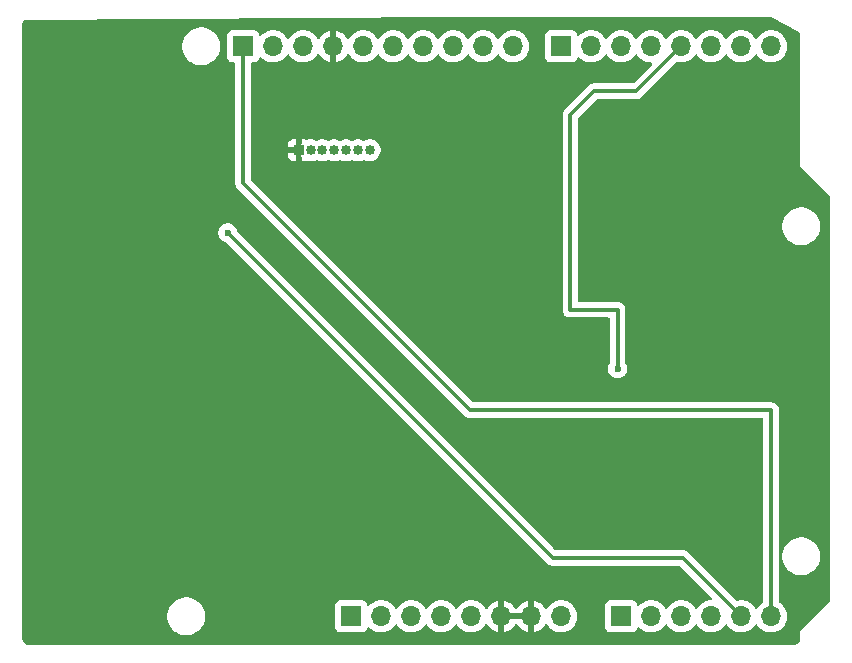
<source format=gbr>
%TF.GenerationSoftware,KiCad,Pcbnew,9.0.6*%
%TF.CreationDate,2025-12-02T16:19:02+01:00*%
%TF.ProjectId,new pcb,6e657720-7063-4622-9e6b-696361645f70,rev?*%
%TF.SameCoordinates,Original*%
%TF.FileFunction,Copper,L2,Bot*%
%TF.FilePolarity,Positive*%
%FSLAX46Y46*%
G04 Gerber Fmt 4.6, Leading zero omitted, Abs format (unit mm)*
G04 Created by KiCad (PCBNEW 9.0.6) date 2025-12-02 16:19:02*
%MOMM*%
%LPD*%
G01*
G04 APERTURE LIST*
%TA.AperFunction,ComponentPad*%
%ADD10R,1.700000X1.700000*%
%TD*%
%TA.AperFunction,ComponentPad*%
%ADD11O,1.700000X1.700000*%
%TD*%
%TA.AperFunction,ComponentPad*%
%ADD12R,0.850000X0.850000*%
%TD*%
%TA.AperFunction,ComponentPad*%
%ADD13C,0.850000*%
%TD*%
%TA.AperFunction,ViaPad*%
%ADD14C,0.600000*%
%TD*%
%TA.AperFunction,Conductor*%
%ADD15C,0.300000*%
%TD*%
G04 APERTURE END LIST*
D10*
%TO.P,J1,1,Pin_1*%
%TO.N,unconnected-(J1-Pin_1-Pad1)*%
X127940000Y-97460000D03*
D11*
%TO.P,J1,2,Pin_2*%
%TO.N,/IOREF*%
X130480000Y-97460000D03*
%TO.P,J1,3,Pin_3*%
%TO.N,/~{RESET}*%
X133020000Y-97460000D03*
%TO.P,J1,4,Pin_4*%
%TO.N,+3V3*%
X135560000Y-97460000D03*
%TO.P,J1,5,Pin_5*%
%TO.N,unconnected-(J1-Pin_5-Pad5)*%
X138100000Y-97460000D03*
%TO.P,J1,6,Pin_6*%
%TO.N,GND*%
X140640000Y-97460000D03*
%TO.P,J1,7,Pin_7*%
X143180000Y-97460000D03*
%TO.P,J1,8,Pin_8*%
%TO.N,unconnected-(J1-Pin_8-Pad8)*%
X145720000Y-97460000D03*
%TD*%
D10*
%TO.P,J3,1,Pin_1*%
%TO.N,/A0*%
X150800000Y-97460000D03*
D11*
%TO.P,J3,2,Pin_2*%
%TO.N,/A1*%
X153340000Y-97460000D03*
%TO.P,J3,3,Pin_3*%
%TO.N,/A2*%
X155880000Y-97460000D03*
%TO.P,J3,4,Pin_4*%
%TO.N,/A3*%
X158420000Y-97460000D03*
%TO.P,J3,5,Pin_5*%
%TO.N,/SDA{slash}A4*%
X160960000Y-97460000D03*
%TO.P,J3,6,Pin_6*%
%TO.N,/SCL{slash}A5*%
X163500000Y-97460000D03*
%TD*%
D10*
%TO.P,J2,1,Pin_1*%
%TO.N,/SCL{slash}A5*%
X118796000Y-49200000D03*
D11*
%TO.P,J2,2,Pin_2*%
%TO.N,/SDA{slash}A4*%
X121336000Y-49200000D03*
%TO.P,J2,3,Pin_3*%
%TO.N,/AREF*%
X123876000Y-49200000D03*
%TO.P,J2,4,Pin_4*%
%TO.N,GND*%
X126416000Y-49200000D03*
%TO.P,J2,5,Pin_5*%
%TO.N,SPI_SCK*%
X128956000Y-49200000D03*
%TO.P,J2,6,Pin_6*%
%TO.N,/12*%
X131496000Y-49200000D03*
%TO.P,J2,7,Pin_7*%
%TO.N,SPI_MOSI*%
X134036000Y-49200000D03*
%TO.P,J2,8,Pin_8*%
%TO.N,OLED_CS*%
X136576000Y-49200000D03*
%TO.P,J2,9,Pin_9*%
%TO.N,OLED_DC*%
X139116000Y-49200000D03*
%TO.P,J2,10,Pin_10*%
%TO.N,OLED_RES*%
X141656000Y-49200000D03*
%TD*%
D10*
%TO.P,J4,1,Pin_1*%
%TO.N,/7*%
X145720000Y-49200000D03*
D11*
%TO.P,J4,2,Pin_2*%
%TO.N,/\u002A6*%
X148260000Y-49200000D03*
%TO.P,J4,3,Pin_3*%
%TO.N,/\u002A5*%
X150800000Y-49200000D03*
%TO.P,J4,4,Pin_4*%
%TO.N,/4*%
X153340000Y-49200000D03*
%TO.P,J4,5,Pin_5*%
%TO.N,BTN_TX*%
X155880000Y-49200000D03*
%TO.P,J4,6,Pin_6*%
%TO.N,BTN_RX*%
X158420000Y-49200000D03*
%TO.P,J4,7,Pin_7*%
%TO.N,/TX{slash}1*%
X160960000Y-49200000D03*
%TO.P,J4,8,Pin_8*%
%TO.N,/RX{slash}0*%
X163500000Y-49200000D03*
%TD*%
D12*
%TO.P,J5,1,Pin_1*%
%TO.N,GND*%
X123500000Y-58000000D03*
D13*
%TO.P,J5,2,Pin_2*%
%TO.N,+3V3*%
X124500000Y-58000000D03*
%TO.P,J5,3,Pin_3*%
%TO.N,SPI_SCK*%
X125500000Y-58000000D03*
%TO.P,J5,4,Pin_4*%
%TO.N,SPI_MOSI*%
X126500000Y-58000000D03*
%TO.P,J5,5,Pin_5*%
%TO.N,OLED_RES*%
X127500000Y-58000000D03*
%TO.P,J5,6,Pin_6*%
%TO.N,OLED_DC*%
X128500000Y-58000000D03*
%TO.P,J5,7,Pin_7*%
%TO.N,OLED_CS*%
X129500000Y-58000000D03*
%TD*%
D14*
%TO.N,GND*%
X139000000Y-58000000D03*
X136000000Y-55000000D03*
X128000000Y-55000000D03*
%TO.N,BTN_TX*%
X150500000Y-76500000D03*
%TO.N,/SDA{slash}A4*%
X117500000Y-65000000D03*
%TD*%
D15*
%TO.N,BTN_TX*%
X150500000Y-71500000D02*
X150500000Y-76500000D01*
X146500000Y-71500000D02*
X150500000Y-71500000D01*
X146500000Y-55000000D02*
X146500000Y-71500000D01*
X152080000Y-53000000D02*
X148500000Y-53000000D01*
X155880000Y-49200000D02*
X152080000Y-53000000D01*
X148500000Y-53000000D02*
X146500000Y-55000000D01*
%TO.N,/SCL{slash}A5*%
X163500000Y-80000000D02*
X163500000Y-97460000D01*
X138000000Y-80000000D02*
X163500000Y-80000000D01*
X118796000Y-60796000D02*
X138000000Y-80000000D01*
X118796000Y-49200000D02*
X118796000Y-60796000D01*
%TO.N,/SDA{slash}A4*%
X145000000Y-92500000D02*
X156000000Y-92500000D01*
X156000000Y-92500000D02*
X160960000Y-97460000D01*
X117500000Y-65000000D02*
X145000000Y-92500000D01*
%TD*%
%TA.AperFunction,Conductor*%
%TO.N,GND*%
G36*
X142714075Y-97267007D02*
G01*
X142680000Y-97394174D01*
X142680000Y-97525826D01*
X142714075Y-97652993D01*
X142746988Y-97710000D01*
X141073012Y-97710000D01*
X141105925Y-97652993D01*
X141140000Y-97525826D01*
X141140000Y-97394174D01*
X141105925Y-97267007D01*
X141073012Y-97210000D01*
X142746988Y-97210000D01*
X142714075Y-97267007D01*
G37*
%TD.AperFunction*%
%TA.AperFunction,Conductor*%
G36*
X163508484Y-46750209D02*
G01*
X165859501Y-48010354D01*
X165909287Y-48059374D01*
X165924919Y-48119207D01*
X165964388Y-59328616D01*
X165964500Y-59360230D01*
X165964500Y-59375018D01*
X165964552Y-59375144D01*
X165964553Y-59375283D01*
X165964576Y-59375340D01*
X165964577Y-59375342D01*
X165970240Y-59388880D01*
X165970404Y-59389273D01*
X165975994Y-59402768D01*
X165976142Y-59402989D01*
X165986516Y-59413290D01*
X165986827Y-59413600D01*
X168468181Y-61894954D01*
X168501666Y-61956277D01*
X168504500Y-61982635D01*
X168504500Y-96107364D01*
X168484815Y-96174403D01*
X168468181Y-96195045D01*
X165997233Y-98665994D01*
X165975995Y-98687231D01*
X165964500Y-98714982D01*
X165964500Y-99231907D01*
X165963903Y-99244061D01*
X165963903Y-99244062D01*
X165952505Y-99359778D01*
X165947763Y-99383618D01*
X165917832Y-99482290D01*
X165915789Y-99489024D01*
X165906486Y-99511482D01*
X165854561Y-99608627D01*
X165841056Y-99628839D01*
X165771176Y-99713988D01*
X165753988Y-99731176D01*
X165668839Y-99801056D01*
X165648627Y-99814561D01*
X165551482Y-99866486D01*
X165529028Y-99875787D01*
X165487028Y-99888528D01*
X165423618Y-99907763D01*
X165399778Y-99912505D01*
X165291162Y-99923203D01*
X165284060Y-99923903D01*
X165271907Y-99924500D01*
X100768093Y-99924500D01*
X100755939Y-99923903D01*
X100747995Y-99923120D01*
X100640221Y-99912505D01*
X100616381Y-99907763D01*
X100599445Y-99902625D01*
X100510968Y-99875786D01*
X100488517Y-99866486D01*
X100391372Y-99814561D01*
X100371160Y-99801056D01*
X100286011Y-99731176D01*
X100268823Y-99713988D01*
X100198943Y-99628839D01*
X100185438Y-99608627D01*
X100133510Y-99511476D01*
X100124215Y-99489037D01*
X100092234Y-99383612D01*
X100087494Y-99359777D01*
X100076097Y-99244061D01*
X100075500Y-99231907D01*
X100075500Y-97334038D01*
X112369500Y-97334038D01*
X112369500Y-97585961D01*
X112408910Y-97834785D01*
X112486760Y-98074383D01*
X112601132Y-98298848D01*
X112749201Y-98502649D01*
X112749205Y-98502654D01*
X112927345Y-98680794D01*
X112927350Y-98680798D01*
X113037587Y-98760889D01*
X113131155Y-98828870D01*
X113274184Y-98901747D01*
X113355616Y-98943239D01*
X113355618Y-98943239D01*
X113355621Y-98943241D01*
X113595215Y-99021090D01*
X113844038Y-99060500D01*
X113844039Y-99060500D01*
X114095961Y-99060500D01*
X114095962Y-99060500D01*
X114344785Y-99021090D01*
X114584379Y-98943241D01*
X114808845Y-98828870D01*
X115012656Y-98680793D01*
X115190793Y-98502656D01*
X115338870Y-98298845D01*
X115453241Y-98074379D01*
X115531090Y-97834785D01*
X115570500Y-97585962D01*
X115570500Y-97334038D01*
X115531090Y-97085215D01*
X115453241Y-96845621D01*
X115453239Y-96845618D01*
X115453239Y-96845616D01*
X115403498Y-96747994D01*
X115338870Y-96621155D01*
X115295416Y-96561345D01*
X126581500Y-96561345D01*
X126581500Y-98358654D01*
X126588011Y-98419202D01*
X126588011Y-98419204D01*
X126619138Y-98502656D01*
X126639111Y-98556204D01*
X126726739Y-98673261D01*
X126843796Y-98760889D01*
X126980799Y-98811989D01*
X127008050Y-98814918D01*
X127041345Y-98818499D01*
X127041362Y-98818500D01*
X128838638Y-98818500D01*
X128838654Y-98818499D01*
X128865692Y-98815591D01*
X128899201Y-98811989D01*
X129036204Y-98760889D01*
X129153261Y-98673261D01*
X129240889Y-98556204D01*
X129285957Y-98435371D01*
X129327827Y-98379442D01*
X129393291Y-98355025D01*
X129461564Y-98369877D01*
X129489818Y-98391028D01*
X129594996Y-98496206D01*
X129767991Y-98621894D01*
X129854542Y-98665994D01*
X129958516Y-98718972D01*
X129958519Y-98718973D01*
X130060200Y-98752010D01*
X130161884Y-98785049D01*
X130373084Y-98818500D01*
X130373085Y-98818500D01*
X130586915Y-98818500D01*
X130586916Y-98818500D01*
X130798116Y-98785049D01*
X131001483Y-98718972D01*
X131192009Y-98621894D01*
X131365004Y-98496206D01*
X131516206Y-98345004D01*
X131641894Y-98172009D01*
X131641896Y-98172004D01*
X131644270Y-98168132D01*
X131696080Y-98121254D01*
X131765009Y-98109829D01*
X131829173Y-98137483D01*
X131855730Y-98168132D01*
X131858103Y-98172005D01*
X131858105Y-98172008D01*
X131858106Y-98172009D01*
X131983794Y-98345004D01*
X132134996Y-98496206D01*
X132307991Y-98621894D01*
X132394542Y-98665994D01*
X132498516Y-98718972D01*
X132498519Y-98718973D01*
X132600200Y-98752010D01*
X132701884Y-98785049D01*
X132913084Y-98818500D01*
X132913085Y-98818500D01*
X133126915Y-98818500D01*
X133126916Y-98818500D01*
X133338116Y-98785049D01*
X133541483Y-98718972D01*
X133732009Y-98621894D01*
X133905004Y-98496206D01*
X134056206Y-98345004D01*
X134181894Y-98172009D01*
X134181896Y-98172004D01*
X134184270Y-98168132D01*
X134236080Y-98121254D01*
X134305009Y-98109829D01*
X134369173Y-98137483D01*
X134395730Y-98168132D01*
X134398103Y-98172005D01*
X134398105Y-98172008D01*
X134398106Y-98172009D01*
X134523794Y-98345004D01*
X134674996Y-98496206D01*
X134847991Y-98621894D01*
X134934542Y-98665994D01*
X135038516Y-98718972D01*
X135038519Y-98718973D01*
X135140200Y-98752010D01*
X135241884Y-98785049D01*
X135453084Y-98818500D01*
X135453085Y-98818500D01*
X135666915Y-98818500D01*
X135666916Y-98818500D01*
X135878116Y-98785049D01*
X136081483Y-98718972D01*
X136272009Y-98621894D01*
X136445004Y-98496206D01*
X136596206Y-98345004D01*
X136721894Y-98172009D01*
X136721896Y-98172004D01*
X136724270Y-98168132D01*
X136776080Y-98121254D01*
X136845009Y-98109829D01*
X136909173Y-98137483D01*
X136935730Y-98168132D01*
X136938103Y-98172005D01*
X136938105Y-98172008D01*
X136938106Y-98172009D01*
X137063794Y-98345004D01*
X137214996Y-98496206D01*
X137387991Y-98621894D01*
X137474542Y-98665994D01*
X137578516Y-98718972D01*
X137578519Y-98718973D01*
X137680200Y-98752010D01*
X137781884Y-98785049D01*
X137993084Y-98818500D01*
X137993085Y-98818500D01*
X138206915Y-98818500D01*
X138206916Y-98818500D01*
X138418116Y-98785049D01*
X138621483Y-98718972D01*
X138812009Y-98621894D01*
X138985004Y-98496206D01*
X139136206Y-98345004D01*
X139261894Y-98172009D01*
X139264283Y-98167319D01*
X139312254Y-98116522D01*
X139380074Y-98099724D01*
X139446210Y-98122258D01*
X139482201Y-98163788D01*
X139482832Y-98163402D01*
X139485164Y-98167207D01*
X139485251Y-98167308D01*
X139485376Y-98167554D01*
X139610272Y-98339459D01*
X139610276Y-98339464D01*
X139760535Y-98489723D01*
X139760540Y-98489727D01*
X139932442Y-98614620D01*
X140121782Y-98711095D01*
X140323871Y-98776757D01*
X140390000Y-98787231D01*
X140390000Y-97893012D01*
X140447007Y-97925925D01*
X140574174Y-97960000D01*
X140705826Y-97960000D01*
X140832993Y-97925925D01*
X140890000Y-97893012D01*
X140890000Y-98787230D01*
X140956126Y-98776757D01*
X140956129Y-98776757D01*
X141158217Y-98711095D01*
X141347557Y-98614620D01*
X141519459Y-98489727D01*
X141519464Y-98489723D01*
X141669723Y-98339464D01*
X141669727Y-98339459D01*
X141794620Y-98167558D01*
X141799514Y-98157954D01*
X141847488Y-98107157D01*
X141915308Y-98090361D01*
X141981444Y-98112897D01*
X142020486Y-98157954D01*
X142025379Y-98167558D01*
X142150272Y-98339459D01*
X142150276Y-98339464D01*
X142300535Y-98489723D01*
X142300540Y-98489727D01*
X142472442Y-98614620D01*
X142661782Y-98711095D01*
X142863871Y-98776757D01*
X142930000Y-98787231D01*
X142930000Y-97893012D01*
X142987007Y-97925925D01*
X143114174Y-97960000D01*
X143245826Y-97960000D01*
X143372993Y-97925925D01*
X143430000Y-97893012D01*
X143430000Y-98787230D01*
X143496126Y-98776757D01*
X143496129Y-98776757D01*
X143698217Y-98711095D01*
X143887557Y-98614620D01*
X144059459Y-98489727D01*
X144059464Y-98489723D01*
X144209723Y-98339464D01*
X144209727Y-98339459D01*
X144334619Y-98167560D01*
X144334738Y-98167327D01*
X144334808Y-98167252D01*
X144337168Y-98163402D01*
X144337976Y-98163897D01*
X144382707Y-98116526D01*
X144450526Y-98099723D01*
X144516663Y-98122254D01*
X144555712Y-98167311D01*
X144558105Y-98172008D01*
X144600002Y-98229674D01*
X144683794Y-98345004D01*
X144834996Y-98496206D01*
X145007991Y-98621894D01*
X145094542Y-98665994D01*
X145198516Y-98718972D01*
X145198519Y-98718973D01*
X145300200Y-98752010D01*
X145401884Y-98785049D01*
X145613084Y-98818500D01*
X145613085Y-98818500D01*
X145826915Y-98818500D01*
X145826916Y-98818500D01*
X146038116Y-98785049D01*
X146241483Y-98718972D01*
X146432009Y-98621894D01*
X146605004Y-98496206D01*
X146756206Y-98345004D01*
X146881894Y-98172009D01*
X146978972Y-97981483D01*
X147045049Y-97778116D01*
X147078500Y-97566916D01*
X147078500Y-97353084D01*
X147045049Y-97141884D01*
X146978972Y-96938517D01*
X146978972Y-96938516D01*
X146923495Y-96829638D01*
X146881894Y-96747991D01*
X146756206Y-96574996D01*
X146605004Y-96423794D01*
X146432009Y-96298106D01*
X146378499Y-96270841D01*
X146241483Y-96201027D01*
X146241480Y-96201026D01*
X146038117Y-96134951D01*
X145932516Y-96118225D01*
X145826916Y-96101500D01*
X145613084Y-96101500D01*
X145542684Y-96112650D01*
X145401882Y-96134951D01*
X145198519Y-96201026D01*
X145198516Y-96201027D01*
X145007990Y-96298106D01*
X144834993Y-96423796D01*
X144683796Y-96574993D01*
X144558103Y-96747994D01*
X144555709Y-96752693D01*
X144507731Y-96803485D01*
X144439908Y-96820275D01*
X144373775Y-96797732D01*
X144337800Y-96756210D01*
X144337168Y-96756598D01*
X144334829Y-96752781D01*
X144334743Y-96752682D01*
X144334620Y-96752441D01*
X144209727Y-96580540D01*
X144209723Y-96580535D01*
X144059464Y-96430276D01*
X144059459Y-96430272D01*
X143887557Y-96305379D01*
X143698215Y-96208903D01*
X143496124Y-96143241D01*
X143430000Y-96132768D01*
X143430000Y-97026988D01*
X143372993Y-96994075D01*
X143245826Y-96960000D01*
X143114174Y-96960000D01*
X142987007Y-96994075D01*
X142930000Y-97026988D01*
X142930000Y-96132768D01*
X142929999Y-96132768D01*
X142863875Y-96143241D01*
X142661784Y-96208903D01*
X142472442Y-96305379D01*
X142300540Y-96430272D01*
X142300535Y-96430276D01*
X142150276Y-96580535D01*
X142150272Y-96580540D01*
X142025377Y-96752444D01*
X142020484Y-96762048D01*
X141972509Y-96812844D01*
X141904688Y-96829638D01*
X141838553Y-96807100D01*
X141799516Y-96762048D01*
X141794622Y-96752444D01*
X141669727Y-96580540D01*
X141669723Y-96580535D01*
X141519464Y-96430276D01*
X141519459Y-96430272D01*
X141347557Y-96305379D01*
X141158215Y-96208903D01*
X140956124Y-96143241D01*
X140890000Y-96132768D01*
X140890000Y-97026988D01*
X140832993Y-96994075D01*
X140705826Y-96960000D01*
X140574174Y-96960000D01*
X140447007Y-96994075D01*
X140390000Y-97026988D01*
X140390000Y-96132768D01*
X140389999Y-96132768D01*
X140323875Y-96143241D01*
X140121784Y-96208903D01*
X139932442Y-96305379D01*
X139760540Y-96430272D01*
X139760535Y-96430276D01*
X139610276Y-96580535D01*
X139610272Y-96580540D01*
X139485376Y-96752446D01*
X139485374Y-96752448D01*
X139485246Y-96752701D01*
X139485172Y-96752779D01*
X139482832Y-96756598D01*
X139482029Y-96756106D01*
X139437264Y-96803489D01*
X139369441Y-96820274D01*
X139303309Y-96797727D01*
X139264285Y-96752683D01*
X139261895Y-96747992D01*
X139169742Y-96621155D01*
X139136206Y-96574996D01*
X138985004Y-96423794D01*
X138812009Y-96298106D01*
X138758499Y-96270841D01*
X138621483Y-96201027D01*
X138621480Y-96201026D01*
X138418117Y-96134951D01*
X138312516Y-96118225D01*
X138206916Y-96101500D01*
X137993084Y-96101500D01*
X137922684Y-96112650D01*
X137781882Y-96134951D01*
X137578519Y-96201026D01*
X137578516Y-96201027D01*
X137387990Y-96298106D01*
X137214993Y-96423796D01*
X137063796Y-96574993D01*
X136938105Y-96747991D01*
X136935727Y-96751873D01*
X136883914Y-96798748D01*
X136814984Y-96810169D01*
X136750822Y-96782512D01*
X136724273Y-96751873D01*
X136721894Y-96747991D01*
X136629742Y-96621155D01*
X136596206Y-96574996D01*
X136445004Y-96423794D01*
X136272009Y-96298106D01*
X136218499Y-96270841D01*
X136081483Y-96201027D01*
X136081480Y-96201026D01*
X135878117Y-96134951D01*
X135772516Y-96118225D01*
X135666916Y-96101500D01*
X135453084Y-96101500D01*
X135382684Y-96112650D01*
X135241882Y-96134951D01*
X135038519Y-96201026D01*
X135038516Y-96201027D01*
X134847990Y-96298106D01*
X134674993Y-96423796D01*
X134523796Y-96574993D01*
X134398105Y-96747991D01*
X134395727Y-96751873D01*
X134343914Y-96798748D01*
X134274984Y-96810169D01*
X134210822Y-96782512D01*
X134184273Y-96751873D01*
X134181894Y-96747991D01*
X134089742Y-96621155D01*
X134056206Y-96574996D01*
X133905004Y-96423794D01*
X133732009Y-96298106D01*
X133678499Y-96270841D01*
X133541483Y-96201027D01*
X133541480Y-96201026D01*
X133338117Y-96134951D01*
X133232516Y-96118225D01*
X133126916Y-96101500D01*
X132913084Y-96101500D01*
X132842684Y-96112650D01*
X132701882Y-96134951D01*
X132498519Y-96201026D01*
X132498516Y-96201027D01*
X132307990Y-96298106D01*
X132134993Y-96423796D01*
X131983796Y-96574993D01*
X131858105Y-96747991D01*
X131855727Y-96751873D01*
X131803914Y-96798748D01*
X131734984Y-96810169D01*
X131670822Y-96782512D01*
X131644273Y-96751873D01*
X131641894Y-96747991D01*
X131549742Y-96621155D01*
X131516206Y-96574996D01*
X131365004Y-96423794D01*
X131192009Y-96298106D01*
X131138499Y-96270841D01*
X131001483Y-96201027D01*
X131001480Y-96201026D01*
X130798117Y-96134951D01*
X130692516Y-96118225D01*
X130586916Y-96101500D01*
X130373084Y-96101500D01*
X130302684Y-96112650D01*
X130161882Y-96134951D01*
X129958519Y-96201026D01*
X129958516Y-96201027D01*
X129767990Y-96298106D01*
X129594997Y-96423793D01*
X129489818Y-96528972D01*
X129428495Y-96562456D01*
X129358803Y-96557472D01*
X129302870Y-96515600D01*
X129285958Y-96484629D01*
X129240889Y-96363796D01*
X129153261Y-96246739D01*
X129036204Y-96159111D01*
X129021182Y-96153508D01*
X128899203Y-96108011D01*
X128838654Y-96101500D01*
X128838638Y-96101500D01*
X127041362Y-96101500D01*
X127041345Y-96101500D01*
X126980797Y-96108011D01*
X126980795Y-96108011D01*
X126843795Y-96159111D01*
X126726739Y-96246739D01*
X126639111Y-96363795D01*
X126588011Y-96500795D01*
X126588011Y-96500797D01*
X126581500Y-96561345D01*
X115295416Y-96561345D01*
X115292602Y-96557472D01*
X115190798Y-96417350D01*
X115190794Y-96417345D01*
X115012654Y-96239205D01*
X115012649Y-96239201D01*
X114808848Y-96091132D01*
X114808847Y-96091131D01*
X114808845Y-96091130D01*
X114738747Y-96055413D01*
X114584383Y-95976760D01*
X114344785Y-95898910D01*
X114287387Y-95889819D01*
X114095962Y-95859500D01*
X113844038Y-95859500D01*
X113719626Y-95879205D01*
X113595214Y-95898910D01*
X113355616Y-95976760D01*
X113131151Y-96091132D01*
X112927350Y-96239201D01*
X112927345Y-96239205D01*
X112749205Y-96417345D01*
X112749201Y-96417350D01*
X112601132Y-96621151D01*
X112486760Y-96845616D01*
X112408910Y-97085214D01*
X112369500Y-97334038D01*
X100075500Y-97334038D01*
X100075500Y-64920365D01*
X116691500Y-64920365D01*
X116691500Y-65079634D01*
X116722568Y-65235823D01*
X116722570Y-65235831D01*
X116783517Y-65382969D01*
X116871995Y-65515387D01*
X116872001Y-65515394D01*
X116984605Y-65627998D01*
X116984612Y-65628004D01*
X117117030Y-65716482D01*
X117117031Y-65716482D01*
X117117032Y-65716483D01*
X117264169Y-65777430D01*
X117329639Y-65790452D01*
X117391548Y-65822836D01*
X117393128Y-65824388D01*
X144580227Y-93011488D01*
X144580228Y-93011489D01*
X144580231Y-93011491D01*
X144688083Y-93083555D01*
X144807923Y-93133194D01*
X144807927Y-93133194D01*
X144807928Y-93133195D01*
X144935140Y-93158500D01*
X144935143Y-93158500D01*
X145064857Y-93158500D01*
X155675878Y-93158500D01*
X155742917Y-93178185D01*
X155763559Y-93194819D01*
X158458560Y-95889819D01*
X158492045Y-95951142D01*
X158487061Y-96020834D01*
X158445189Y-96076767D01*
X158379725Y-96101184D01*
X158370879Y-96101500D01*
X158313084Y-96101500D01*
X158242684Y-96112650D01*
X158101882Y-96134951D01*
X157898519Y-96201026D01*
X157898516Y-96201027D01*
X157707990Y-96298106D01*
X157534993Y-96423796D01*
X157383796Y-96574993D01*
X157258105Y-96747991D01*
X157255727Y-96751873D01*
X157203914Y-96798748D01*
X157134984Y-96810169D01*
X157070822Y-96782512D01*
X157044273Y-96751873D01*
X157041894Y-96747991D01*
X156949742Y-96621155D01*
X156916206Y-96574996D01*
X156765004Y-96423794D01*
X156592009Y-96298106D01*
X156538499Y-96270841D01*
X156401483Y-96201027D01*
X156401480Y-96201026D01*
X156198117Y-96134951D01*
X156092516Y-96118225D01*
X155986916Y-96101500D01*
X155773084Y-96101500D01*
X155702684Y-96112650D01*
X155561882Y-96134951D01*
X155358519Y-96201026D01*
X155358516Y-96201027D01*
X155167990Y-96298106D01*
X154994993Y-96423796D01*
X154843796Y-96574993D01*
X154718105Y-96747991D01*
X154715727Y-96751873D01*
X154663914Y-96798748D01*
X154594984Y-96810169D01*
X154530822Y-96782512D01*
X154504273Y-96751873D01*
X154501894Y-96747991D01*
X154409742Y-96621155D01*
X154376206Y-96574996D01*
X154225004Y-96423794D01*
X154052009Y-96298106D01*
X153998499Y-96270841D01*
X153861483Y-96201027D01*
X153861480Y-96201026D01*
X153658117Y-96134951D01*
X153552516Y-96118225D01*
X153446916Y-96101500D01*
X153233084Y-96101500D01*
X153162684Y-96112650D01*
X153021882Y-96134951D01*
X152818519Y-96201026D01*
X152818516Y-96201027D01*
X152627990Y-96298106D01*
X152454997Y-96423793D01*
X152349818Y-96528972D01*
X152288495Y-96562456D01*
X152218803Y-96557472D01*
X152162870Y-96515600D01*
X152145958Y-96484629D01*
X152100889Y-96363796D01*
X152013261Y-96246739D01*
X151896204Y-96159111D01*
X151881182Y-96153508D01*
X151759203Y-96108011D01*
X151698654Y-96101500D01*
X151698638Y-96101500D01*
X149901362Y-96101500D01*
X149901345Y-96101500D01*
X149840797Y-96108011D01*
X149840795Y-96108011D01*
X149703795Y-96159111D01*
X149586739Y-96246739D01*
X149499111Y-96363795D01*
X149448011Y-96500795D01*
X149448011Y-96500797D01*
X149441500Y-96561345D01*
X149441500Y-98358654D01*
X149448011Y-98419202D01*
X149448011Y-98419204D01*
X149479138Y-98502656D01*
X149499111Y-98556204D01*
X149586739Y-98673261D01*
X149703796Y-98760889D01*
X149840799Y-98811989D01*
X149868050Y-98814918D01*
X149901345Y-98818499D01*
X149901362Y-98818500D01*
X151698638Y-98818500D01*
X151698654Y-98818499D01*
X151725692Y-98815591D01*
X151759201Y-98811989D01*
X151896204Y-98760889D01*
X152013261Y-98673261D01*
X152100889Y-98556204D01*
X152145957Y-98435371D01*
X152187827Y-98379442D01*
X152253291Y-98355025D01*
X152321564Y-98369877D01*
X152349818Y-98391028D01*
X152454996Y-98496206D01*
X152627991Y-98621894D01*
X152714542Y-98665994D01*
X152818516Y-98718972D01*
X152818519Y-98718973D01*
X152920200Y-98752010D01*
X153021884Y-98785049D01*
X153233084Y-98818500D01*
X153233085Y-98818500D01*
X153446915Y-98818500D01*
X153446916Y-98818500D01*
X153658116Y-98785049D01*
X153861483Y-98718972D01*
X154052009Y-98621894D01*
X154225004Y-98496206D01*
X154376206Y-98345004D01*
X154501894Y-98172009D01*
X154501896Y-98172004D01*
X154504270Y-98168132D01*
X154556080Y-98121254D01*
X154625009Y-98109829D01*
X154689173Y-98137483D01*
X154715730Y-98168132D01*
X154718103Y-98172005D01*
X154718105Y-98172008D01*
X154718106Y-98172009D01*
X154843794Y-98345004D01*
X154994996Y-98496206D01*
X155167991Y-98621894D01*
X155254542Y-98665994D01*
X155358516Y-98718972D01*
X155358519Y-98718973D01*
X155460200Y-98752010D01*
X155561884Y-98785049D01*
X155773084Y-98818500D01*
X155773085Y-98818500D01*
X155986915Y-98818500D01*
X155986916Y-98818500D01*
X156198116Y-98785049D01*
X156401483Y-98718972D01*
X156592009Y-98621894D01*
X156765004Y-98496206D01*
X156916206Y-98345004D01*
X157041894Y-98172009D01*
X157041896Y-98172004D01*
X157044270Y-98168132D01*
X157096080Y-98121254D01*
X157165009Y-98109829D01*
X157229173Y-98137483D01*
X157255730Y-98168132D01*
X157258103Y-98172005D01*
X157258105Y-98172008D01*
X157258106Y-98172009D01*
X157383794Y-98345004D01*
X157534996Y-98496206D01*
X157707991Y-98621894D01*
X157794542Y-98665994D01*
X157898516Y-98718972D01*
X157898519Y-98718973D01*
X158000200Y-98752010D01*
X158101884Y-98785049D01*
X158313084Y-98818500D01*
X158313085Y-98818500D01*
X158526915Y-98818500D01*
X158526916Y-98818500D01*
X158738116Y-98785049D01*
X158941483Y-98718972D01*
X159132009Y-98621894D01*
X159305004Y-98496206D01*
X159456206Y-98345004D01*
X159581894Y-98172009D01*
X159581896Y-98172004D01*
X159584270Y-98168132D01*
X159636080Y-98121254D01*
X159705009Y-98109829D01*
X159769173Y-98137483D01*
X159795730Y-98168132D01*
X159798103Y-98172005D01*
X159798105Y-98172008D01*
X159798106Y-98172009D01*
X159923794Y-98345004D01*
X160074996Y-98496206D01*
X160247991Y-98621894D01*
X160334542Y-98665994D01*
X160438516Y-98718972D01*
X160438519Y-98718973D01*
X160540200Y-98752010D01*
X160641884Y-98785049D01*
X160853084Y-98818500D01*
X160853085Y-98818500D01*
X161066915Y-98818500D01*
X161066916Y-98818500D01*
X161278116Y-98785049D01*
X161481483Y-98718972D01*
X161672009Y-98621894D01*
X161845004Y-98496206D01*
X161996206Y-98345004D01*
X162121894Y-98172009D01*
X162121896Y-98172004D01*
X162124270Y-98168132D01*
X162176080Y-98121254D01*
X162245009Y-98109829D01*
X162309173Y-98137483D01*
X162335730Y-98168132D01*
X162338103Y-98172005D01*
X162338105Y-98172008D01*
X162338106Y-98172009D01*
X162463794Y-98345004D01*
X162614996Y-98496206D01*
X162787991Y-98621894D01*
X162874542Y-98665994D01*
X162978516Y-98718972D01*
X162978519Y-98718973D01*
X163080200Y-98752010D01*
X163181884Y-98785049D01*
X163393084Y-98818500D01*
X163393085Y-98818500D01*
X163606915Y-98818500D01*
X163606916Y-98818500D01*
X163818116Y-98785049D01*
X164021483Y-98718972D01*
X164212009Y-98621894D01*
X164385004Y-98496206D01*
X164536206Y-98345004D01*
X164661894Y-98172009D01*
X164758972Y-97981483D01*
X164825049Y-97778116D01*
X164858500Y-97566916D01*
X164858500Y-97353084D01*
X164825049Y-97141884D01*
X164758972Y-96938517D01*
X164758972Y-96938516D01*
X164703495Y-96829638D01*
X164661894Y-96747991D01*
X164536206Y-96574996D01*
X164385004Y-96423794D01*
X164302424Y-96363796D01*
X164209614Y-96296365D01*
X164166949Y-96241035D01*
X164158500Y-96196047D01*
X164158500Y-92254038D01*
X164439500Y-92254038D01*
X164439500Y-92505961D01*
X164478910Y-92754785D01*
X164556760Y-92994383D01*
X164671132Y-93218848D01*
X164819201Y-93422649D01*
X164819205Y-93422654D01*
X164997345Y-93600794D01*
X164997350Y-93600798D01*
X165175117Y-93729952D01*
X165201155Y-93748870D01*
X165344184Y-93821747D01*
X165425616Y-93863239D01*
X165425618Y-93863239D01*
X165425621Y-93863241D01*
X165665215Y-93941090D01*
X165914038Y-93980500D01*
X165914039Y-93980500D01*
X166165961Y-93980500D01*
X166165962Y-93980500D01*
X166414785Y-93941090D01*
X166654379Y-93863241D01*
X166878845Y-93748870D01*
X167082656Y-93600793D01*
X167260793Y-93422656D01*
X167408870Y-93218845D01*
X167523241Y-92994379D01*
X167601090Y-92754785D01*
X167640500Y-92505962D01*
X167640500Y-92254038D01*
X167601090Y-92005215D01*
X167523241Y-91765621D01*
X167523239Y-91765618D01*
X167523239Y-91765616D01*
X167481747Y-91684184D01*
X167408870Y-91541155D01*
X167389952Y-91515117D01*
X167260798Y-91337350D01*
X167260794Y-91337345D01*
X167082654Y-91159205D01*
X167082649Y-91159201D01*
X166878848Y-91011132D01*
X166878847Y-91011131D01*
X166878845Y-91011130D01*
X166808747Y-90975413D01*
X166654383Y-90896760D01*
X166414785Y-90818910D01*
X166165962Y-90779500D01*
X165914038Y-90779500D01*
X165789626Y-90799205D01*
X165665214Y-90818910D01*
X165425616Y-90896760D01*
X165201151Y-91011132D01*
X164997350Y-91159201D01*
X164997345Y-91159205D01*
X164819205Y-91337345D01*
X164819201Y-91337350D01*
X164671132Y-91541151D01*
X164556760Y-91765616D01*
X164478910Y-92005214D01*
X164439500Y-92254038D01*
X164158500Y-92254038D01*
X164158500Y-79935140D01*
X164133195Y-79807928D01*
X164133194Y-79807927D01*
X164133194Y-79807923D01*
X164083555Y-79688083D01*
X164011490Y-79580231D01*
X164011487Y-79580227D01*
X163919772Y-79488512D01*
X163919768Y-79488509D01*
X163811914Y-79416443D01*
X163811912Y-79416442D01*
X163692081Y-79366807D01*
X163692071Y-79366804D01*
X163564859Y-79341500D01*
X163564857Y-79341500D01*
X138324121Y-79341500D01*
X138257082Y-79321815D01*
X138236440Y-79305181D01*
X119490819Y-60559559D01*
X119457334Y-60498236D01*
X119454500Y-60471878D01*
X119454500Y-58472844D01*
X122575000Y-58472844D01*
X122581401Y-58532372D01*
X122581403Y-58532379D01*
X122631645Y-58667086D01*
X122631649Y-58667093D01*
X122717809Y-58782187D01*
X122717812Y-58782190D01*
X122832906Y-58868350D01*
X122832913Y-58868354D01*
X122967620Y-58918596D01*
X122967627Y-58918598D01*
X123027155Y-58924999D01*
X123027172Y-58925000D01*
X123250000Y-58925000D01*
X123250000Y-58250000D01*
X122575000Y-58250000D01*
X122575000Y-58472844D01*
X119454500Y-58472844D01*
X119454500Y-57950272D01*
X123250000Y-57950272D01*
X123250000Y-58049728D01*
X123288060Y-58141614D01*
X123358386Y-58211940D01*
X123450272Y-58250000D01*
X123549728Y-58250000D01*
X123594269Y-58231550D01*
X123602372Y-58272284D01*
X123602375Y-58272296D01*
X123672739Y-58442171D01*
X123672746Y-58442183D01*
X123729102Y-58526525D01*
X123749980Y-58593202D01*
X123750000Y-58595416D01*
X123750000Y-58925000D01*
X123972828Y-58925000D01*
X123972844Y-58924999D01*
X124032372Y-58918598D01*
X124032375Y-58918597D01*
X124116085Y-58887375D01*
X124185777Y-58882390D01*
X124206868Y-58888993D01*
X124227708Y-58897626D01*
X124365321Y-58924999D01*
X124408053Y-58933499D01*
X124408056Y-58933500D01*
X124408058Y-58933500D01*
X124591944Y-58933500D01*
X124591945Y-58933499D01*
X124772292Y-58897626D01*
X124842971Y-58868350D01*
X124947807Y-58824926D01*
X124948328Y-58826185D01*
X125009932Y-58813350D01*
X125051885Y-58825668D01*
X125052193Y-58824926D01*
X125190925Y-58882390D01*
X125227708Y-58897626D01*
X125365321Y-58924999D01*
X125408053Y-58933499D01*
X125408056Y-58933500D01*
X125408058Y-58933500D01*
X125591944Y-58933500D01*
X125591945Y-58933499D01*
X125772292Y-58897626D01*
X125842971Y-58868350D01*
X125947807Y-58824926D01*
X125948328Y-58826185D01*
X126009932Y-58813350D01*
X126051885Y-58825668D01*
X126052193Y-58824926D01*
X126190925Y-58882390D01*
X126227708Y-58897626D01*
X126365321Y-58924999D01*
X126408053Y-58933499D01*
X126408056Y-58933500D01*
X126408058Y-58933500D01*
X126591944Y-58933500D01*
X126591945Y-58933499D01*
X126772292Y-58897626D01*
X126842971Y-58868350D01*
X126947807Y-58824926D01*
X126948328Y-58826185D01*
X127009932Y-58813350D01*
X127051885Y-58825668D01*
X127052193Y-58824926D01*
X127190925Y-58882390D01*
X127227708Y-58897626D01*
X127365321Y-58924999D01*
X127408053Y-58933499D01*
X127408056Y-58933500D01*
X127408058Y-58933500D01*
X127591944Y-58933500D01*
X127591945Y-58933499D01*
X127772292Y-58897626D01*
X127842971Y-58868350D01*
X127947807Y-58824926D01*
X127948328Y-58826185D01*
X128009932Y-58813350D01*
X128051885Y-58825668D01*
X128052193Y-58824926D01*
X128190925Y-58882390D01*
X128227708Y-58897626D01*
X128365321Y-58924999D01*
X128408053Y-58933499D01*
X128408056Y-58933500D01*
X128408058Y-58933500D01*
X128591944Y-58933500D01*
X128591945Y-58933499D01*
X128772292Y-58897626D01*
X128842971Y-58868350D01*
X128947807Y-58824926D01*
X128948328Y-58826185D01*
X129009932Y-58813350D01*
X129051885Y-58825668D01*
X129052193Y-58824926D01*
X129190925Y-58882390D01*
X129227708Y-58897626D01*
X129365321Y-58924999D01*
X129408053Y-58933499D01*
X129408056Y-58933500D01*
X129408058Y-58933500D01*
X129591944Y-58933500D01*
X129591945Y-58933499D01*
X129772292Y-58897626D01*
X129942178Y-58827257D01*
X129942180Y-58827256D01*
X130018112Y-58776519D01*
X130095072Y-58725097D01*
X130225097Y-58595072D01*
X130327257Y-58442178D01*
X130397626Y-58272292D01*
X130433500Y-58091942D01*
X130433500Y-57908058D01*
X130433500Y-57908055D01*
X130433499Y-57908053D01*
X130397626Y-57727708D01*
X130397624Y-57727703D01*
X130327258Y-57557823D01*
X130327256Y-57557819D01*
X130225100Y-57404932D01*
X130225094Y-57404924D01*
X130095075Y-57274905D01*
X130095067Y-57274899D01*
X129942180Y-57172743D01*
X129942176Y-57172741D01*
X129772296Y-57102375D01*
X129772284Y-57102372D01*
X129591945Y-57066500D01*
X129591942Y-57066500D01*
X129408058Y-57066500D01*
X129408055Y-57066500D01*
X129227715Y-57102372D01*
X129227703Y-57102375D01*
X129052193Y-57175074D01*
X129051672Y-57173817D01*
X128990048Y-57186647D01*
X128948113Y-57174333D01*
X128947807Y-57175074D01*
X128772296Y-57102375D01*
X128772284Y-57102372D01*
X128591945Y-57066500D01*
X128591942Y-57066500D01*
X128408058Y-57066500D01*
X128408055Y-57066500D01*
X128227715Y-57102372D01*
X128227703Y-57102375D01*
X128052193Y-57175074D01*
X128051672Y-57173817D01*
X127990048Y-57186647D01*
X127948113Y-57174333D01*
X127947807Y-57175074D01*
X127772296Y-57102375D01*
X127772284Y-57102372D01*
X127591945Y-57066500D01*
X127591942Y-57066500D01*
X127408058Y-57066500D01*
X127408055Y-57066500D01*
X127227715Y-57102372D01*
X127227703Y-57102375D01*
X127052193Y-57175074D01*
X127051672Y-57173817D01*
X126990048Y-57186647D01*
X126948113Y-57174333D01*
X126947807Y-57175074D01*
X126772296Y-57102375D01*
X126772284Y-57102372D01*
X126591945Y-57066500D01*
X126591942Y-57066500D01*
X126408058Y-57066500D01*
X126408055Y-57066500D01*
X126227715Y-57102372D01*
X126227703Y-57102375D01*
X126052193Y-57175074D01*
X126051672Y-57173817D01*
X125990048Y-57186647D01*
X125948113Y-57174333D01*
X125947807Y-57175074D01*
X125772296Y-57102375D01*
X125772284Y-57102372D01*
X125591945Y-57066500D01*
X125591942Y-57066500D01*
X125408058Y-57066500D01*
X125408055Y-57066500D01*
X125227715Y-57102372D01*
X125227703Y-57102375D01*
X125052193Y-57175074D01*
X125051672Y-57173817D01*
X124990048Y-57186647D01*
X124948113Y-57174333D01*
X124947807Y-57175074D01*
X124772296Y-57102375D01*
X124772284Y-57102372D01*
X124591945Y-57066500D01*
X124591942Y-57066500D01*
X124408058Y-57066500D01*
X124408055Y-57066500D01*
X124227715Y-57102371D01*
X124227707Y-57102374D01*
X124206869Y-57111005D01*
X124137399Y-57118471D01*
X124116088Y-57112624D01*
X124032380Y-57081403D01*
X124032372Y-57081401D01*
X123972844Y-57075000D01*
X123750000Y-57075000D01*
X123750000Y-57404583D01*
X123730315Y-57471622D01*
X123729103Y-57473473D01*
X123672740Y-57557825D01*
X123602375Y-57727703D01*
X123602372Y-57727715D01*
X123594269Y-57768449D01*
X123549728Y-57750000D01*
X123450272Y-57750000D01*
X123358386Y-57788060D01*
X123288060Y-57858386D01*
X123250000Y-57950272D01*
X119454500Y-57950272D01*
X119454500Y-57527155D01*
X122575000Y-57527155D01*
X122575000Y-57750000D01*
X123250000Y-57750000D01*
X123250000Y-57075000D01*
X123027155Y-57075000D01*
X122967627Y-57081401D01*
X122967620Y-57081403D01*
X122832913Y-57131645D01*
X122832906Y-57131649D01*
X122717812Y-57217809D01*
X122717809Y-57217812D01*
X122631649Y-57332906D01*
X122631645Y-57332913D01*
X122581403Y-57467620D01*
X122581401Y-57467627D01*
X122575000Y-57527155D01*
X119454500Y-57527155D01*
X119454500Y-50682500D01*
X119474185Y-50615461D01*
X119526989Y-50569706D01*
X119578500Y-50558500D01*
X119694638Y-50558500D01*
X119694654Y-50558499D01*
X119721692Y-50555591D01*
X119755201Y-50551989D01*
X119892204Y-50500889D01*
X120009261Y-50413261D01*
X120096889Y-50296204D01*
X120141957Y-50175371D01*
X120183827Y-50119442D01*
X120249291Y-50095025D01*
X120317564Y-50109877D01*
X120345818Y-50131028D01*
X120450996Y-50236206D01*
X120623991Y-50361894D01*
X120717438Y-50409507D01*
X120814516Y-50458972D01*
X120814519Y-50458973D01*
X120916200Y-50492010D01*
X121017884Y-50525049D01*
X121229084Y-50558500D01*
X121229085Y-50558500D01*
X121442915Y-50558500D01*
X121442916Y-50558500D01*
X121654116Y-50525049D01*
X121857483Y-50458972D01*
X122048009Y-50361894D01*
X122221004Y-50236206D01*
X122372206Y-50085004D01*
X122497894Y-49912009D01*
X122497896Y-49912004D01*
X122500270Y-49908132D01*
X122552080Y-49861254D01*
X122621009Y-49849829D01*
X122685173Y-49877483D01*
X122711730Y-49908132D01*
X122714103Y-49912005D01*
X122714105Y-49912008D01*
X122714106Y-49912009D01*
X122839794Y-50085004D01*
X122990996Y-50236206D01*
X123163991Y-50361894D01*
X123257438Y-50409507D01*
X123354516Y-50458972D01*
X123354519Y-50458973D01*
X123456200Y-50492010D01*
X123557884Y-50525049D01*
X123769084Y-50558500D01*
X123769085Y-50558500D01*
X123982915Y-50558500D01*
X123982916Y-50558500D01*
X124194116Y-50525049D01*
X124397483Y-50458972D01*
X124588009Y-50361894D01*
X124761004Y-50236206D01*
X124912206Y-50085004D01*
X125037894Y-49912009D01*
X125040283Y-49907319D01*
X125088254Y-49856522D01*
X125156074Y-49839724D01*
X125222210Y-49862258D01*
X125258201Y-49903788D01*
X125258832Y-49903402D01*
X125261164Y-49907207D01*
X125261251Y-49907308D01*
X125261376Y-49907554D01*
X125386272Y-50079459D01*
X125386276Y-50079464D01*
X125536535Y-50229723D01*
X125536540Y-50229727D01*
X125708442Y-50354620D01*
X125897782Y-50451095D01*
X126099871Y-50516757D01*
X126166000Y-50527231D01*
X126166000Y-49633012D01*
X126223007Y-49665925D01*
X126350174Y-49700000D01*
X126481826Y-49700000D01*
X126608993Y-49665925D01*
X126666000Y-49633012D01*
X126666000Y-50527230D01*
X126732126Y-50516757D01*
X126732129Y-50516757D01*
X126934217Y-50451095D01*
X127123557Y-50354620D01*
X127295459Y-50229727D01*
X127295464Y-50229723D01*
X127445723Y-50079464D01*
X127445727Y-50079459D01*
X127570619Y-49907560D01*
X127570738Y-49907327D01*
X127570808Y-49907252D01*
X127573168Y-49903402D01*
X127573976Y-49903897D01*
X127618707Y-49856526D01*
X127686526Y-49839723D01*
X127752663Y-49862254D01*
X127791712Y-49907311D01*
X127794105Y-49912008D01*
X127836002Y-49969674D01*
X127919794Y-50085004D01*
X128070996Y-50236206D01*
X128243991Y-50361894D01*
X128337438Y-50409507D01*
X128434516Y-50458972D01*
X128434519Y-50458973D01*
X128536200Y-50492010D01*
X128637884Y-50525049D01*
X128849084Y-50558500D01*
X128849085Y-50558500D01*
X129062915Y-50558500D01*
X129062916Y-50558500D01*
X129274116Y-50525049D01*
X129477483Y-50458972D01*
X129668009Y-50361894D01*
X129841004Y-50236206D01*
X129992206Y-50085004D01*
X130117894Y-49912009D01*
X130117896Y-49912004D01*
X130120270Y-49908132D01*
X130172080Y-49861254D01*
X130241009Y-49849829D01*
X130305173Y-49877483D01*
X130331730Y-49908132D01*
X130334103Y-49912005D01*
X130334105Y-49912008D01*
X130334106Y-49912009D01*
X130459794Y-50085004D01*
X130610996Y-50236206D01*
X130783991Y-50361894D01*
X130877438Y-50409507D01*
X130974516Y-50458972D01*
X130974519Y-50458973D01*
X131076200Y-50492010D01*
X131177884Y-50525049D01*
X131389084Y-50558500D01*
X131389085Y-50558500D01*
X131602915Y-50558500D01*
X131602916Y-50558500D01*
X131814116Y-50525049D01*
X132017483Y-50458972D01*
X132208009Y-50361894D01*
X132381004Y-50236206D01*
X132532206Y-50085004D01*
X132657894Y-49912009D01*
X132657896Y-49912004D01*
X132660270Y-49908132D01*
X132712080Y-49861254D01*
X132781009Y-49849829D01*
X132845173Y-49877483D01*
X132871730Y-49908132D01*
X132874103Y-49912005D01*
X132874105Y-49912008D01*
X132874106Y-49912009D01*
X132999794Y-50085004D01*
X133150996Y-50236206D01*
X133323991Y-50361894D01*
X133417438Y-50409507D01*
X133514516Y-50458972D01*
X133514519Y-50458973D01*
X133616200Y-50492010D01*
X133717884Y-50525049D01*
X133929084Y-50558500D01*
X133929085Y-50558500D01*
X134142915Y-50558500D01*
X134142916Y-50558500D01*
X134354116Y-50525049D01*
X134557483Y-50458972D01*
X134748009Y-50361894D01*
X134921004Y-50236206D01*
X135072206Y-50085004D01*
X135197894Y-49912009D01*
X135197896Y-49912004D01*
X135200270Y-49908132D01*
X135252080Y-49861254D01*
X135321009Y-49849829D01*
X135385173Y-49877483D01*
X135411730Y-49908132D01*
X135414103Y-49912005D01*
X135414105Y-49912008D01*
X135414106Y-49912009D01*
X135539794Y-50085004D01*
X135690996Y-50236206D01*
X135863991Y-50361894D01*
X135957438Y-50409507D01*
X136054516Y-50458972D01*
X136054519Y-50458973D01*
X136156200Y-50492010D01*
X136257884Y-50525049D01*
X136469084Y-50558500D01*
X136469085Y-50558500D01*
X136682915Y-50558500D01*
X136682916Y-50558500D01*
X136894116Y-50525049D01*
X137097483Y-50458972D01*
X137288009Y-50361894D01*
X137461004Y-50236206D01*
X137612206Y-50085004D01*
X137737894Y-49912009D01*
X137737896Y-49912004D01*
X137740270Y-49908132D01*
X137792080Y-49861254D01*
X137861009Y-49849829D01*
X137925173Y-49877483D01*
X137951730Y-49908132D01*
X137954103Y-49912005D01*
X137954105Y-49912008D01*
X137954106Y-49912009D01*
X138079794Y-50085004D01*
X138230996Y-50236206D01*
X138403991Y-50361894D01*
X138497438Y-50409507D01*
X138594516Y-50458972D01*
X138594519Y-50458973D01*
X138696200Y-50492010D01*
X138797884Y-50525049D01*
X139009084Y-50558500D01*
X139009085Y-50558500D01*
X139222915Y-50558500D01*
X139222916Y-50558500D01*
X139434116Y-50525049D01*
X139637483Y-50458972D01*
X139828009Y-50361894D01*
X140001004Y-50236206D01*
X140152206Y-50085004D01*
X140277894Y-49912009D01*
X140277896Y-49912004D01*
X140280270Y-49908132D01*
X140332080Y-49861254D01*
X140401009Y-49849829D01*
X140465173Y-49877483D01*
X140491730Y-49908132D01*
X140494103Y-49912005D01*
X140494105Y-49912008D01*
X140494106Y-49912009D01*
X140619794Y-50085004D01*
X140770996Y-50236206D01*
X140943991Y-50361894D01*
X141037438Y-50409507D01*
X141134516Y-50458972D01*
X141134519Y-50458973D01*
X141236200Y-50492010D01*
X141337884Y-50525049D01*
X141549084Y-50558500D01*
X141549085Y-50558500D01*
X141762915Y-50558500D01*
X141762916Y-50558500D01*
X141974116Y-50525049D01*
X142177483Y-50458972D01*
X142368009Y-50361894D01*
X142541004Y-50236206D01*
X142692206Y-50085004D01*
X142817894Y-49912009D01*
X142914972Y-49721483D01*
X142981049Y-49518116D01*
X143014500Y-49306916D01*
X143014500Y-49093084D01*
X142981049Y-48881884D01*
X142914972Y-48678517D01*
X142914972Y-48678516D01*
X142867639Y-48585621D01*
X142817894Y-48487991D01*
X142692206Y-48314996D01*
X142678555Y-48301345D01*
X144361500Y-48301345D01*
X144361500Y-50098654D01*
X144368011Y-50159202D01*
X144368011Y-50159204D01*
X144399138Y-50242656D01*
X144419111Y-50296204D01*
X144506739Y-50413261D01*
X144623796Y-50500889D01*
X144760799Y-50551989D01*
X144788050Y-50554918D01*
X144821345Y-50558499D01*
X144821362Y-50558500D01*
X146618638Y-50558500D01*
X146618654Y-50558499D01*
X146645692Y-50555591D01*
X146679201Y-50551989D01*
X146816204Y-50500889D01*
X146933261Y-50413261D01*
X147020889Y-50296204D01*
X147065957Y-50175371D01*
X147107827Y-50119442D01*
X147173291Y-50095025D01*
X147241564Y-50109877D01*
X147269818Y-50131028D01*
X147374996Y-50236206D01*
X147547991Y-50361894D01*
X147641438Y-50409507D01*
X147738516Y-50458972D01*
X147738519Y-50458973D01*
X147840200Y-50492010D01*
X147941884Y-50525049D01*
X148153084Y-50558500D01*
X148153085Y-50558500D01*
X148366915Y-50558500D01*
X148366916Y-50558500D01*
X148578116Y-50525049D01*
X148781483Y-50458972D01*
X148972009Y-50361894D01*
X149145004Y-50236206D01*
X149296206Y-50085004D01*
X149421894Y-49912009D01*
X149421896Y-49912004D01*
X149424270Y-49908132D01*
X149476080Y-49861254D01*
X149545009Y-49849829D01*
X149609173Y-49877483D01*
X149635730Y-49908132D01*
X149638103Y-49912005D01*
X149638105Y-49912008D01*
X149638106Y-49912009D01*
X149763794Y-50085004D01*
X149914996Y-50236206D01*
X150087991Y-50361894D01*
X150181438Y-50409507D01*
X150278516Y-50458972D01*
X150278519Y-50458973D01*
X150380200Y-50492010D01*
X150481884Y-50525049D01*
X150693084Y-50558500D01*
X150693085Y-50558500D01*
X150906915Y-50558500D01*
X150906916Y-50558500D01*
X151118116Y-50525049D01*
X151321483Y-50458972D01*
X151512009Y-50361894D01*
X151685004Y-50236206D01*
X151836206Y-50085004D01*
X151961894Y-49912009D01*
X151961896Y-49912004D01*
X151964270Y-49908132D01*
X152016080Y-49861254D01*
X152085009Y-49849829D01*
X152149173Y-49877483D01*
X152175730Y-49908132D01*
X152178103Y-49912005D01*
X152178105Y-49912008D01*
X152178106Y-49912009D01*
X152303794Y-50085004D01*
X152454996Y-50236206D01*
X152627991Y-50361894D01*
X152721438Y-50409507D01*
X152818516Y-50458972D01*
X152818519Y-50458973D01*
X152920200Y-50492010D01*
X153021884Y-50525049D01*
X153233084Y-50558500D01*
X153233085Y-50558500D01*
X153290877Y-50558500D01*
X153357916Y-50578185D01*
X153403671Y-50630989D01*
X153413615Y-50700147D01*
X153384590Y-50763703D01*
X153378558Y-50770181D01*
X151843559Y-52305181D01*
X151782236Y-52338666D01*
X151755878Y-52341500D01*
X148435141Y-52341500D01*
X148307928Y-52366804D01*
X148307922Y-52366806D01*
X148188086Y-52416443D01*
X148188079Y-52416447D01*
X148080228Y-52488510D01*
X145988510Y-54580228D01*
X145916447Y-54688079D01*
X145916443Y-54688086D01*
X145866806Y-54807922D01*
X145866804Y-54807928D01*
X145841500Y-54935140D01*
X145841500Y-54935143D01*
X145841500Y-71564857D01*
X145841500Y-71564859D01*
X145841499Y-71564859D01*
X145866804Y-71692071D01*
X145866807Y-71692081D01*
X145916442Y-71811912D01*
X145916443Y-71811914D01*
X145988509Y-71919768D01*
X145988512Y-71919772D01*
X146080227Y-72011487D01*
X146080231Y-72011490D01*
X146188083Y-72083555D01*
X146188084Y-72083555D01*
X146188085Y-72083556D01*
X146188087Y-72083557D01*
X146307918Y-72133192D01*
X146307923Y-72133194D01*
X146307927Y-72133194D01*
X146307928Y-72133195D01*
X146435140Y-72158500D01*
X146435143Y-72158500D01*
X146564857Y-72158500D01*
X149717500Y-72158500D01*
X149784539Y-72178185D01*
X149830294Y-72230989D01*
X149841500Y-72282500D01*
X149841500Y-75992638D01*
X149821815Y-76059677D01*
X149820603Y-76061528D01*
X149783516Y-76117033D01*
X149722570Y-76264168D01*
X149722568Y-76264176D01*
X149691500Y-76420365D01*
X149691500Y-76579634D01*
X149722568Y-76735823D01*
X149722570Y-76735831D01*
X149783517Y-76882969D01*
X149871995Y-77015387D01*
X149872001Y-77015394D01*
X149984605Y-77127998D01*
X149984612Y-77128004D01*
X150117030Y-77216482D01*
X150117031Y-77216482D01*
X150117032Y-77216483D01*
X150264169Y-77277430D01*
X150420365Y-77308499D01*
X150420369Y-77308500D01*
X150420370Y-77308500D01*
X150579631Y-77308500D01*
X150579632Y-77308499D01*
X150735831Y-77277430D01*
X150882968Y-77216483D01*
X151015389Y-77128003D01*
X151128003Y-77015389D01*
X151216483Y-76882968D01*
X151277430Y-76735831D01*
X151308500Y-76579630D01*
X151308500Y-76420370D01*
X151277430Y-76264169D01*
X151216483Y-76117032D01*
X151179397Y-76061528D01*
X151158520Y-75994850D01*
X151158500Y-75992638D01*
X151158500Y-71435140D01*
X151133195Y-71307928D01*
X151133194Y-71307927D01*
X151133194Y-71307923D01*
X151083555Y-71188083D01*
X151011490Y-71080231D01*
X151011487Y-71080227D01*
X150919772Y-70988512D01*
X150919768Y-70988509D01*
X150811914Y-70916443D01*
X150811912Y-70916442D01*
X150692081Y-70866807D01*
X150692071Y-70866804D01*
X150564859Y-70841500D01*
X150564857Y-70841500D01*
X147282500Y-70841500D01*
X147215461Y-70821815D01*
X147169706Y-70769011D01*
X147158500Y-70717500D01*
X147158500Y-64314038D01*
X164439500Y-64314038D01*
X164439500Y-64565962D01*
X164447589Y-64617032D01*
X164478910Y-64814785D01*
X164556760Y-65054383D01*
X164671132Y-65278848D01*
X164819201Y-65482649D01*
X164819205Y-65482654D01*
X164997345Y-65660794D01*
X164997350Y-65660798D01*
X165157879Y-65777428D01*
X165201155Y-65808870D01*
X165344184Y-65881747D01*
X165425616Y-65923239D01*
X165425618Y-65923239D01*
X165425621Y-65923241D01*
X165665215Y-66001090D01*
X165914038Y-66040500D01*
X165914039Y-66040500D01*
X166165961Y-66040500D01*
X166165962Y-66040500D01*
X166414785Y-66001090D01*
X166654379Y-65923241D01*
X166878845Y-65808870D01*
X167082656Y-65660793D01*
X167260793Y-65482656D01*
X167408870Y-65278845D01*
X167523241Y-65054379D01*
X167601090Y-64814785D01*
X167640500Y-64565962D01*
X167640500Y-64314038D01*
X167601090Y-64065215D01*
X167523241Y-63825621D01*
X167523239Y-63825618D01*
X167523239Y-63825616D01*
X167481747Y-63744184D01*
X167408870Y-63601155D01*
X167389952Y-63575117D01*
X167260798Y-63397350D01*
X167260794Y-63397345D01*
X167082654Y-63219205D01*
X167082649Y-63219201D01*
X166878848Y-63071132D01*
X166878847Y-63071131D01*
X166878845Y-63071130D01*
X166808747Y-63035413D01*
X166654383Y-62956760D01*
X166414785Y-62878910D01*
X166165962Y-62839500D01*
X165914038Y-62839500D01*
X165789626Y-62859205D01*
X165665214Y-62878910D01*
X165425616Y-62956760D01*
X165201151Y-63071132D01*
X164997350Y-63219201D01*
X164997345Y-63219205D01*
X164819205Y-63397345D01*
X164819201Y-63397350D01*
X164671132Y-63601151D01*
X164556760Y-63825616D01*
X164478910Y-64065214D01*
X164453987Y-64222570D01*
X164439500Y-64314038D01*
X147158500Y-64314038D01*
X147158500Y-55324122D01*
X147178185Y-55257083D01*
X147194819Y-55236441D01*
X148736441Y-53694819D01*
X148797764Y-53661334D01*
X148824122Y-53658500D01*
X152144859Y-53658500D01*
X152230444Y-53641475D01*
X152272077Y-53633194D01*
X152391917Y-53583555D01*
X152499769Y-53511491D01*
X155451881Y-50559377D01*
X155513204Y-50525893D01*
X155558960Y-50524586D01*
X155602784Y-50531527D01*
X155773084Y-50558500D01*
X155773085Y-50558500D01*
X155986915Y-50558500D01*
X155986916Y-50558500D01*
X156198116Y-50525049D01*
X156401483Y-50458972D01*
X156592009Y-50361894D01*
X156765004Y-50236206D01*
X156916206Y-50085004D01*
X157041894Y-49912009D01*
X157041896Y-49912004D01*
X157044270Y-49908132D01*
X157096080Y-49861254D01*
X157165009Y-49849829D01*
X157229173Y-49877483D01*
X157255730Y-49908132D01*
X157258103Y-49912005D01*
X157258105Y-49912008D01*
X157258106Y-49912009D01*
X157383794Y-50085004D01*
X157534996Y-50236206D01*
X157707991Y-50361894D01*
X157801438Y-50409507D01*
X157898516Y-50458972D01*
X157898519Y-50458973D01*
X158000200Y-50492010D01*
X158101884Y-50525049D01*
X158313084Y-50558500D01*
X158313085Y-50558500D01*
X158526915Y-50558500D01*
X158526916Y-50558500D01*
X158738116Y-50525049D01*
X158941483Y-50458972D01*
X159132009Y-50361894D01*
X159305004Y-50236206D01*
X159456206Y-50085004D01*
X159581894Y-49912009D01*
X159581896Y-49912004D01*
X159584270Y-49908132D01*
X159636080Y-49861254D01*
X159705009Y-49849829D01*
X159769173Y-49877483D01*
X159795730Y-49908132D01*
X159798103Y-49912005D01*
X159798105Y-49912008D01*
X159798106Y-49912009D01*
X159923794Y-50085004D01*
X160074996Y-50236206D01*
X160247991Y-50361894D01*
X160341438Y-50409507D01*
X160438516Y-50458972D01*
X160438519Y-50458973D01*
X160540200Y-50492010D01*
X160641884Y-50525049D01*
X160853084Y-50558500D01*
X160853085Y-50558500D01*
X161066915Y-50558500D01*
X161066916Y-50558500D01*
X161278116Y-50525049D01*
X161481483Y-50458972D01*
X161672009Y-50361894D01*
X161845004Y-50236206D01*
X161996206Y-50085004D01*
X162121894Y-49912009D01*
X162121896Y-49912004D01*
X162124270Y-49908132D01*
X162176080Y-49861254D01*
X162245009Y-49849829D01*
X162309173Y-49877483D01*
X162335730Y-49908132D01*
X162338103Y-49912005D01*
X162338105Y-49912008D01*
X162338106Y-49912009D01*
X162463794Y-50085004D01*
X162614996Y-50236206D01*
X162787991Y-50361894D01*
X162881438Y-50409507D01*
X162978516Y-50458972D01*
X162978519Y-50458973D01*
X163080200Y-50492010D01*
X163181884Y-50525049D01*
X163393084Y-50558500D01*
X163393085Y-50558500D01*
X163606915Y-50558500D01*
X163606916Y-50558500D01*
X163818116Y-50525049D01*
X164021483Y-50458972D01*
X164212009Y-50361894D01*
X164385004Y-50236206D01*
X164536206Y-50085004D01*
X164661894Y-49912009D01*
X164758972Y-49721483D01*
X164825049Y-49518116D01*
X164858500Y-49306916D01*
X164858500Y-49093084D01*
X164825049Y-48881884D01*
X164758972Y-48678517D01*
X164758972Y-48678516D01*
X164709507Y-48581438D01*
X164661894Y-48487991D01*
X164536206Y-48314996D01*
X164385004Y-48163794D01*
X164212009Y-48038106D01*
X164144323Y-48003618D01*
X164021483Y-47941027D01*
X164021480Y-47941026D01*
X163818117Y-47874951D01*
X163712516Y-47858225D01*
X163606916Y-47841500D01*
X163393084Y-47841500D01*
X163322684Y-47852650D01*
X163181882Y-47874951D01*
X162978519Y-47941026D01*
X162978516Y-47941027D01*
X162787990Y-48038106D01*
X162614993Y-48163796D01*
X162463796Y-48314993D01*
X162338105Y-48487991D01*
X162335727Y-48491873D01*
X162283914Y-48538748D01*
X162214984Y-48550169D01*
X162150822Y-48522512D01*
X162124273Y-48491873D01*
X162121894Y-48487991D01*
X162121891Y-48487987D01*
X161996206Y-48314996D01*
X161845004Y-48163794D01*
X161672009Y-48038106D01*
X161604323Y-48003618D01*
X161481483Y-47941027D01*
X161481480Y-47941026D01*
X161278117Y-47874951D01*
X161172516Y-47858225D01*
X161066916Y-47841500D01*
X160853084Y-47841500D01*
X160782684Y-47852650D01*
X160641882Y-47874951D01*
X160438519Y-47941026D01*
X160438516Y-47941027D01*
X160247990Y-48038106D01*
X160074993Y-48163796D01*
X159923796Y-48314993D01*
X159798105Y-48487991D01*
X159795727Y-48491873D01*
X159743914Y-48538748D01*
X159674984Y-48550169D01*
X159610822Y-48522512D01*
X159584273Y-48491873D01*
X159581894Y-48487991D01*
X159581891Y-48487987D01*
X159456206Y-48314996D01*
X159305004Y-48163794D01*
X159132009Y-48038106D01*
X159064323Y-48003618D01*
X158941483Y-47941027D01*
X158941480Y-47941026D01*
X158738117Y-47874951D01*
X158632516Y-47858225D01*
X158526916Y-47841500D01*
X158313084Y-47841500D01*
X158242684Y-47852650D01*
X158101882Y-47874951D01*
X157898519Y-47941026D01*
X157898516Y-47941027D01*
X157707990Y-48038106D01*
X157534993Y-48163796D01*
X157383796Y-48314993D01*
X157258105Y-48487991D01*
X157255727Y-48491873D01*
X157203914Y-48538748D01*
X157134984Y-48550169D01*
X157070822Y-48522512D01*
X157044273Y-48491873D01*
X157041894Y-48487991D01*
X157041891Y-48487987D01*
X156916206Y-48314996D01*
X156765004Y-48163794D01*
X156592009Y-48038106D01*
X156524323Y-48003618D01*
X156401483Y-47941027D01*
X156401480Y-47941026D01*
X156198117Y-47874951D01*
X156092516Y-47858225D01*
X155986916Y-47841500D01*
X155773084Y-47841500D01*
X155702684Y-47852650D01*
X155561882Y-47874951D01*
X155358519Y-47941026D01*
X155358516Y-47941027D01*
X155167990Y-48038106D01*
X154994993Y-48163796D01*
X154843796Y-48314993D01*
X154718105Y-48487991D01*
X154715727Y-48491873D01*
X154663914Y-48538748D01*
X154594984Y-48550169D01*
X154530822Y-48522512D01*
X154504273Y-48491873D01*
X154501894Y-48487991D01*
X154501891Y-48487987D01*
X154376206Y-48314996D01*
X154225004Y-48163794D01*
X154052009Y-48038106D01*
X153984323Y-48003618D01*
X153861483Y-47941027D01*
X153861480Y-47941026D01*
X153658117Y-47874951D01*
X153552516Y-47858225D01*
X153446916Y-47841500D01*
X153233084Y-47841500D01*
X153162684Y-47852650D01*
X153021882Y-47874951D01*
X152818519Y-47941026D01*
X152818516Y-47941027D01*
X152627990Y-48038106D01*
X152454993Y-48163796D01*
X152303796Y-48314993D01*
X152178105Y-48487991D01*
X152175727Y-48491873D01*
X152123914Y-48538748D01*
X152054984Y-48550169D01*
X151990822Y-48522512D01*
X151964273Y-48491873D01*
X151961894Y-48487991D01*
X151961891Y-48487987D01*
X151836206Y-48314996D01*
X151685004Y-48163794D01*
X151512009Y-48038106D01*
X151444323Y-48003618D01*
X151321483Y-47941027D01*
X151321480Y-47941026D01*
X151118117Y-47874951D01*
X151012516Y-47858225D01*
X150906916Y-47841500D01*
X150693084Y-47841500D01*
X150622684Y-47852650D01*
X150481882Y-47874951D01*
X150278519Y-47941026D01*
X150278516Y-47941027D01*
X150087990Y-48038106D01*
X149914993Y-48163796D01*
X149763796Y-48314993D01*
X149638105Y-48487991D01*
X149635727Y-48491873D01*
X149583914Y-48538748D01*
X149514984Y-48550169D01*
X149450822Y-48522512D01*
X149424273Y-48491873D01*
X149421894Y-48487991D01*
X149421891Y-48487987D01*
X149296206Y-48314996D01*
X149145004Y-48163794D01*
X148972009Y-48038106D01*
X148904323Y-48003618D01*
X148781483Y-47941027D01*
X148781480Y-47941026D01*
X148578117Y-47874951D01*
X148472516Y-47858225D01*
X148366916Y-47841500D01*
X148153084Y-47841500D01*
X148082684Y-47852650D01*
X147941882Y-47874951D01*
X147738519Y-47941026D01*
X147738516Y-47941027D01*
X147547990Y-48038106D01*
X147374997Y-48163793D01*
X147269818Y-48268972D01*
X147208495Y-48302456D01*
X147138803Y-48297472D01*
X147082870Y-48255600D01*
X147065958Y-48224629D01*
X147020889Y-48103796D01*
X146933261Y-47986739D01*
X146816204Y-47899111D01*
X146679203Y-47848011D01*
X146618654Y-47841500D01*
X146618638Y-47841500D01*
X144821362Y-47841500D01*
X144821345Y-47841500D01*
X144760797Y-47848011D01*
X144760795Y-47848011D01*
X144623795Y-47899111D01*
X144506739Y-47986739D01*
X144419111Y-48103795D01*
X144368011Y-48240795D01*
X144368011Y-48240797D01*
X144361500Y-48301345D01*
X142678555Y-48301345D01*
X142541004Y-48163794D01*
X142368009Y-48038106D01*
X142300323Y-48003618D01*
X142177483Y-47941027D01*
X142177480Y-47941026D01*
X141974117Y-47874951D01*
X141868516Y-47858225D01*
X141762916Y-47841500D01*
X141549084Y-47841500D01*
X141478684Y-47852650D01*
X141337882Y-47874951D01*
X141134519Y-47941026D01*
X141134516Y-47941027D01*
X140943990Y-48038106D01*
X140770993Y-48163796D01*
X140619796Y-48314993D01*
X140494105Y-48487991D01*
X140491727Y-48491873D01*
X140439914Y-48538748D01*
X140370984Y-48550169D01*
X140306822Y-48522512D01*
X140280273Y-48491873D01*
X140277894Y-48487991D01*
X140277891Y-48487987D01*
X140152206Y-48314996D01*
X140001004Y-48163794D01*
X139828009Y-48038106D01*
X139760323Y-48003618D01*
X139637483Y-47941027D01*
X139637480Y-47941026D01*
X139434117Y-47874951D01*
X139328516Y-47858225D01*
X139222916Y-47841500D01*
X139009084Y-47841500D01*
X138938684Y-47852650D01*
X138797882Y-47874951D01*
X138594519Y-47941026D01*
X138594516Y-47941027D01*
X138403990Y-48038106D01*
X138230993Y-48163796D01*
X138079796Y-48314993D01*
X137954105Y-48487991D01*
X137951727Y-48491873D01*
X137899914Y-48538748D01*
X137830984Y-48550169D01*
X137766822Y-48522512D01*
X137740273Y-48491873D01*
X137737894Y-48487991D01*
X137737891Y-48487987D01*
X137612206Y-48314996D01*
X137461004Y-48163794D01*
X137288009Y-48038106D01*
X137220323Y-48003618D01*
X137097483Y-47941027D01*
X137097480Y-47941026D01*
X136894117Y-47874951D01*
X136788516Y-47858225D01*
X136682916Y-47841500D01*
X136469084Y-47841500D01*
X136398684Y-47852650D01*
X136257882Y-47874951D01*
X136054519Y-47941026D01*
X136054516Y-47941027D01*
X135863990Y-48038106D01*
X135690993Y-48163796D01*
X135539796Y-48314993D01*
X135414105Y-48487991D01*
X135411727Y-48491873D01*
X135359914Y-48538748D01*
X135290984Y-48550169D01*
X135226822Y-48522512D01*
X135200273Y-48491873D01*
X135197894Y-48487991D01*
X135197891Y-48487987D01*
X135072206Y-48314996D01*
X134921004Y-48163794D01*
X134748009Y-48038106D01*
X134680323Y-48003618D01*
X134557483Y-47941027D01*
X134557480Y-47941026D01*
X134354117Y-47874951D01*
X134248516Y-47858225D01*
X134142916Y-47841500D01*
X133929084Y-47841500D01*
X133858684Y-47852650D01*
X133717882Y-47874951D01*
X133514519Y-47941026D01*
X133514516Y-47941027D01*
X133323990Y-48038106D01*
X133150993Y-48163796D01*
X132999796Y-48314993D01*
X132874105Y-48487991D01*
X132871727Y-48491873D01*
X132819914Y-48538748D01*
X132750984Y-48550169D01*
X132686822Y-48522512D01*
X132660273Y-48491873D01*
X132657894Y-48487991D01*
X132657891Y-48487987D01*
X132532206Y-48314996D01*
X132381004Y-48163794D01*
X132208009Y-48038106D01*
X132140323Y-48003618D01*
X132017483Y-47941027D01*
X132017480Y-47941026D01*
X131814117Y-47874951D01*
X131708516Y-47858225D01*
X131602916Y-47841500D01*
X131389084Y-47841500D01*
X131318684Y-47852650D01*
X131177882Y-47874951D01*
X130974519Y-47941026D01*
X130974516Y-47941027D01*
X130783990Y-48038106D01*
X130610993Y-48163796D01*
X130459796Y-48314993D01*
X130334105Y-48487991D01*
X130331727Y-48491873D01*
X130279914Y-48538748D01*
X130210984Y-48550169D01*
X130146822Y-48522512D01*
X130120273Y-48491873D01*
X130117894Y-48487991D01*
X130117891Y-48487987D01*
X129992206Y-48314996D01*
X129841004Y-48163794D01*
X129668009Y-48038106D01*
X129600323Y-48003618D01*
X129477483Y-47941027D01*
X129477480Y-47941026D01*
X129274117Y-47874951D01*
X129168516Y-47858225D01*
X129062916Y-47841500D01*
X128849084Y-47841500D01*
X128778684Y-47852650D01*
X128637882Y-47874951D01*
X128434519Y-47941026D01*
X128434516Y-47941027D01*
X128243990Y-48038106D01*
X128070993Y-48163796D01*
X127919796Y-48314993D01*
X127794103Y-48487994D01*
X127791709Y-48492693D01*
X127743731Y-48543485D01*
X127675908Y-48560275D01*
X127609775Y-48537732D01*
X127573800Y-48496210D01*
X127573168Y-48496598D01*
X127570829Y-48492781D01*
X127570743Y-48492682D01*
X127570620Y-48492441D01*
X127445727Y-48320540D01*
X127445723Y-48320535D01*
X127295464Y-48170276D01*
X127295459Y-48170272D01*
X127123557Y-48045379D01*
X126934215Y-47948903D01*
X126732124Y-47883241D01*
X126666000Y-47872768D01*
X126666000Y-48766988D01*
X126608993Y-48734075D01*
X126481826Y-48700000D01*
X126350174Y-48700000D01*
X126223007Y-48734075D01*
X126166000Y-48766988D01*
X126166000Y-47872768D01*
X126165999Y-47872768D01*
X126099875Y-47883241D01*
X125897784Y-47948903D01*
X125708442Y-48045379D01*
X125536540Y-48170272D01*
X125536535Y-48170276D01*
X125386276Y-48320535D01*
X125386272Y-48320540D01*
X125261376Y-48492446D01*
X125261374Y-48492448D01*
X125261246Y-48492701D01*
X125261172Y-48492779D01*
X125258832Y-48496598D01*
X125258029Y-48496106D01*
X125213264Y-48543489D01*
X125145441Y-48560274D01*
X125079309Y-48537727D01*
X125040285Y-48492683D01*
X125037895Y-48487992D01*
X125006472Y-48444742D01*
X124912206Y-48314996D01*
X124761004Y-48163794D01*
X124588009Y-48038106D01*
X124520323Y-48003618D01*
X124397483Y-47941027D01*
X124397480Y-47941026D01*
X124194117Y-47874951D01*
X124088516Y-47858225D01*
X123982916Y-47841500D01*
X123769084Y-47841500D01*
X123698684Y-47852650D01*
X123557882Y-47874951D01*
X123354519Y-47941026D01*
X123354516Y-47941027D01*
X123163990Y-48038106D01*
X122990993Y-48163796D01*
X122839796Y-48314993D01*
X122714105Y-48487991D01*
X122711727Y-48491873D01*
X122659914Y-48538748D01*
X122590984Y-48550169D01*
X122526822Y-48522512D01*
X122500273Y-48491873D01*
X122497894Y-48487991D01*
X122497891Y-48487987D01*
X122372206Y-48314996D01*
X122221004Y-48163794D01*
X122048009Y-48038106D01*
X121980323Y-48003618D01*
X121857483Y-47941027D01*
X121857480Y-47941026D01*
X121654117Y-47874951D01*
X121548516Y-47858225D01*
X121442916Y-47841500D01*
X121229084Y-47841500D01*
X121158684Y-47852650D01*
X121017882Y-47874951D01*
X120814519Y-47941026D01*
X120814516Y-47941027D01*
X120623990Y-48038106D01*
X120450997Y-48163793D01*
X120345818Y-48268972D01*
X120284495Y-48302456D01*
X120214803Y-48297472D01*
X120158870Y-48255600D01*
X120141958Y-48224629D01*
X120096889Y-48103796D01*
X120009261Y-47986739D01*
X119892204Y-47899111D01*
X119755203Y-47848011D01*
X119694654Y-47841500D01*
X119694638Y-47841500D01*
X117897362Y-47841500D01*
X117897345Y-47841500D01*
X117836797Y-47848011D01*
X117836795Y-47848011D01*
X117699795Y-47899111D01*
X117582739Y-47986739D01*
X117495111Y-48103795D01*
X117444011Y-48240795D01*
X117444011Y-48240797D01*
X117437500Y-48301345D01*
X117437500Y-50098654D01*
X117444011Y-50159202D01*
X117444011Y-50159204D01*
X117475138Y-50242656D01*
X117495111Y-50296204D01*
X117582739Y-50413261D01*
X117699796Y-50500889D01*
X117836799Y-50551989D01*
X117864050Y-50554918D01*
X117897345Y-50558499D01*
X117897362Y-50558500D01*
X118013500Y-50558500D01*
X118080539Y-50578185D01*
X118126294Y-50630989D01*
X118137500Y-50682500D01*
X118137500Y-60731143D01*
X118137500Y-60860857D01*
X118137500Y-60860859D01*
X118137499Y-60860859D01*
X118162804Y-60988071D01*
X118162806Y-60988077D01*
X118212443Y-61107913D01*
X118212447Y-61107920D01*
X118284510Y-61215771D01*
X118284511Y-61215772D01*
X137488510Y-80419769D01*
X137580231Y-80511490D01*
X137688083Y-80583555D01*
X137688084Y-80583555D01*
X137688085Y-80583556D01*
X137688087Y-80583557D01*
X137807918Y-80633192D01*
X137807923Y-80633194D01*
X137807927Y-80633194D01*
X137807928Y-80633195D01*
X137935140Y-80658500D01*
X137935143Y-80658500D01*
X162717500Y-80658500D01*
X162784539Y-80678185D01*
X162830294Y-80730989D01*
X162841500Y-80782500D01*
X162841500Y-96196047D01*
X162821815Y-96263086D01*
X162790386Y-96296365D01*
X162697576Y-96363796D01*
X162614996Y-96423794D01*
X162614994Y-96423796D01*
X162614993Y-96423796D01*
X162463796Y-96574993D01*
X162338105Y-96747991D01*
X162335727Y-96751873D01*
X162283914Y-96798748D01*
X162214984Y-96810169D01*
X162150822Y-96782512D01*
X162124273Y-96751873D01*
X162121894Y-96747991D01*
X162029742Y-96621155D01*
X161996206Y-96574996D01*
X161845004Y-96423794D01*
X161672009Y-96298106D01*
X161618499Y-96270841D01*
X161481483Y-96201027D01*
X161481480Y-96201026D01*
X161278117Y-96134951D01*
X161172516Y-96118225D01*
X161066916Y-96101500D01*
X160853084Y-96101500D01*
X160638959Y-96135413D01*
X160569666Y-96126458D01*
X160531881Y-96100621D01*
X156419772Y-91988511D01*
X156419771Y-91988510D01*
X156311920Y-91916447D01*
X156311919Y-91916446D01*
X156311917Y-91916445D01*
X156311915Y-91916444D01*
X156311913Y-91916443D01*
X156192077Y-91866806D01*
X156192071Y-91866804D01*
X156064859Y-91841500D01*
X156064857Y-91841500D01*
X145324122Y-91841500D01*
X145257083Y-91821815D01*
X145236441Y-91805181D01*
X118324388Y-64893128D01*
X118290903Y-64831805D01*
X118290469Y-64829724D01*
X118277430Y-64764169D01*
X118216483Y-64617032D01*
X118182359Y-64565962D01*
X118128004Y-64484612D01*
X118127998Y-64484605D01*
X118015394Y-64372001D01*
X118015387Y-64371995D01*
X117882969Y-64283517D01*
X117735831Y-64222570D01*
X117735823Y-64222568D01*
X117579634Y-64191500D01*
X117579630Y-64191500D01*
X117420370Y-64191500D01*
X117420365Y-64191500D01*
X117264176Y-64222568D01*
X117264168Y-64222570D01*
X117117030Y-64283517D01*
X116984612Y-64371995D01*
X116984605Y-64372001D01*
X116872001Y-64484605D01*
X116871995Y-64484612D01*
X116783517Y-64617030D01*
X116722570Y-64764168D01*
X116722568Y-64764176D01*
X116691500Y-64920365D01*
X100075500Y-64920365D01*
X100075500Y-49074038D01*
X113639500Y-49074038D01*
X113639500Y-49325961D01*
X113678910Y-49574785D01*
X113756760Y-49814383D01*
X113871132Y-50038848D01*
X114019201Y-50242649D01*
X114019205Y-50242654D01*
X114197345Y-50420794D01*
X114197350Y-50420798D01*
X114307587Y-50500889D01*
X114401155Y-50568870D01*
X114523071Y-50630989D01*
X114625616Y-50683239D01*
X114625618Y-50683239D01*
X114625621Y-50683241D01*
X114865215Y-50761090D01*
X115114038Y-50800500D01*
X115114039Y-50800500D01*
X115365961Y-50800500D01*
X115365962Y-50800500D01*
X115614785Y-50761090D01*
X115854379Y-50683241D01*
X116078845Y-50568870D01*
X116282656Y-50420793D01*
X116460793Y-50242656D01*
X116608870Y-50038845D01*
X116723241Y-49814379D01*
X116801090Y-49574785D01*
X116840500Y-49325962D01*
X116840500Y-49074038D01*
X116801090Y-48825215D01*
X116723241Y-48585621D01*
X116723239Y-48585618D01*
X116723239Y-48585616D01*
X116673498Y-48487994D01*
X116608870Y-48361155D01*
X116562602Y-48297472D01*
X116460798Y-48157350D01*
X116460794Y-48157345D01*
X116282654Y-47979205D01*
X116282649Y-47979201D01*
X116078848Y-47831132D01*
X116078847Y-47831131D01*
X116078845Y-47831130D01*
X116008747Y-47795413D01*
X115854383Y-47716760D01*
X115614785Y-47638910D01*
X115365962Y-47599500D01*
X115114038Y-47599500D01*
X114989626Y-47619205D01*
X114865214Y-47638910D01*
X114625616Y-47716760D01*
X114401151Y-47831132D01*
X114197350Y-47979201D01*
X114197345Y-47979205D01*
X114019205Y-48157345D01*
X114019201Y-48157350D01*
X113871132Y-48361151D01*
X113756760Y-48585616D01*
X113678910Y-48825214D01*
X113639500Y-49074038D01*
X100075500Y-49074038D01*
X100075500Y-47428092D01*
X100076097Y-47415938D01*
X100087494Y-47300222D01*
X100092234Y-47276389D01*
X100124216Y-47170959D01*
X100133508Y-47148526D01*
X100178979Y-47063456D01*
X100227939Y-47013615D01*
X100287430Y-46997916D01*
X136396367Y-46736258D01*
X136500567Y-46735503D01*
X136501466Y-46735500D01*
X163449904Y-46735500D01*
X163508484Y-46750209D01*
G37*
%TD.AperFunction*%
%TD*%
M02*

</source>
